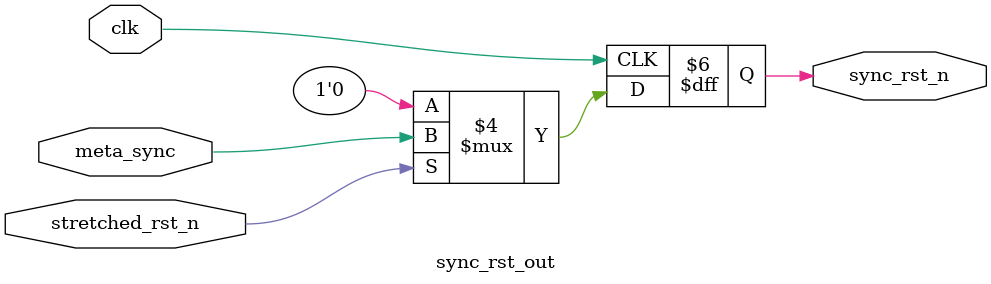
<source format=sv>
module reset_stretch_sync #(
    parameter STRETCH_COUNT = 4
)(
    input  wire clk,
    input  wire async_rst_n,
    output wire sync_rst_n
);

    // Internal signals for submodule interconnection
    wire meta_sync;
    wire stretch_reset_n;

    // -----------------------------------------------------------
    // Reset Synchronizer: Double-flop async reset to clock domain
    // -----------------------------------------------------------
    reset_synchronizer u_reset_synchronizer (
        .clk        (clk),
        .async_rst_n(async_rst_n),
        .meta_sync  (meta_sync)
    );

    // -----------------------------------------------------------
    // Reset Stretch Logic: Hold reset active for STRETCH_COUNT cycles
    // -----------------------------------------------------------
    reset_stretch #(
        .STRETCH_COUNT(STRETCH_COUNT)
    ) u_reset_stretch (
        .clk           (clk),
        .sync_in       (meta_sync),
        .async_rst_n   (async_rst_n),
        .stretched_rst_n(stretch_reset_n)
    );

    // -----------------------------------------------------------
    // Output register for sync_rst_n (final stage)
    // -----------------------------------------------------------
    sync_rst_out u_sync_rst_out (
        .clk            (clk),
        .stretched_rst_n(stretch_reset_n),
        .meta_sync      (meta_sync),
        .sync_rst_n     (sync_rst_n)
    );

endmodule

// -------------------------------------------------------------------------
// Submodule: reset_synchronizer
// Double-flop synchronizer for asynchronous reset input
// -------------------------------------------------------------------------
module reset_synchronizer (
    input  wire clk,
    input  wire async_rst_n,
    output reg  meta_sync
);
    // Two-stage synchronizer
    reg meta_ff;

    always @(posedge clk or negedge async_rst_n) begin
        if (!async_rst_n) begin
            meta_ff   <= 1'b0;
            meta_sync <= 1'b0;
        end else begin
            meta_ff   <= 1'b1;
            meta_sync <= meta_ff;
        end
    end
endmodule

// -------------------------------------------------------------------------
// Submodule: reset_stretch
// Stretches the reset for STRETCH_COUNT clock cycles after async reset deassertion
// -------------------------------------------------------------------------
module reset_stretch #(
    parameter STRETCH_COUNT = 4
)(
    input  wire clk,
    input  wire sync_in,
    input  wire async_rst_n,
    output reg  stretched_rst_n
);
    reg [$clog2(STRETCH_COUNT):0] stretch_counter;
    reg reset_detected;

    always @(posedge clk or negedge async_rst_n) begin
        if (!async_rst_n) begin
            reset_detected   <= 1'b1;
            stretch_counter  <= 0;
            stretched_rst_n  <= 1'b0;
        end else begin
            if (reset_detected) begin
                if (stretch_counter < STRETCH_COUNT - 1) begin
                    stretch_counter <= stretch_counter + 1;
                    stretched_rst_n <= 1'b0;
                end else begin
                    reset_detected  <= 1'b0;
                    stretched_rst_n <= 1'b1;
                end
            end else begin
                stretched_rst_n <= sync_in;
            end
        end
    end
endmodule

// -------------------------------------------------------------------------
// Submodule: sync_rst_out
// Output register for the final synchronized reset signal
// -------------------------------------------------------------------------
module sync_rst_out (
    input  wire clk,
    input  wire stretched_rst_n,
    input  wire meta_sync,
    output reg  sync_rst_n
);
    always @(posedge clk) begin
        if (!stretched_rst_n)
            sync_rst_n <= 1'b0;
        else
            sync_rst_n <= meta_sync;
    end
endmodule
</source>
